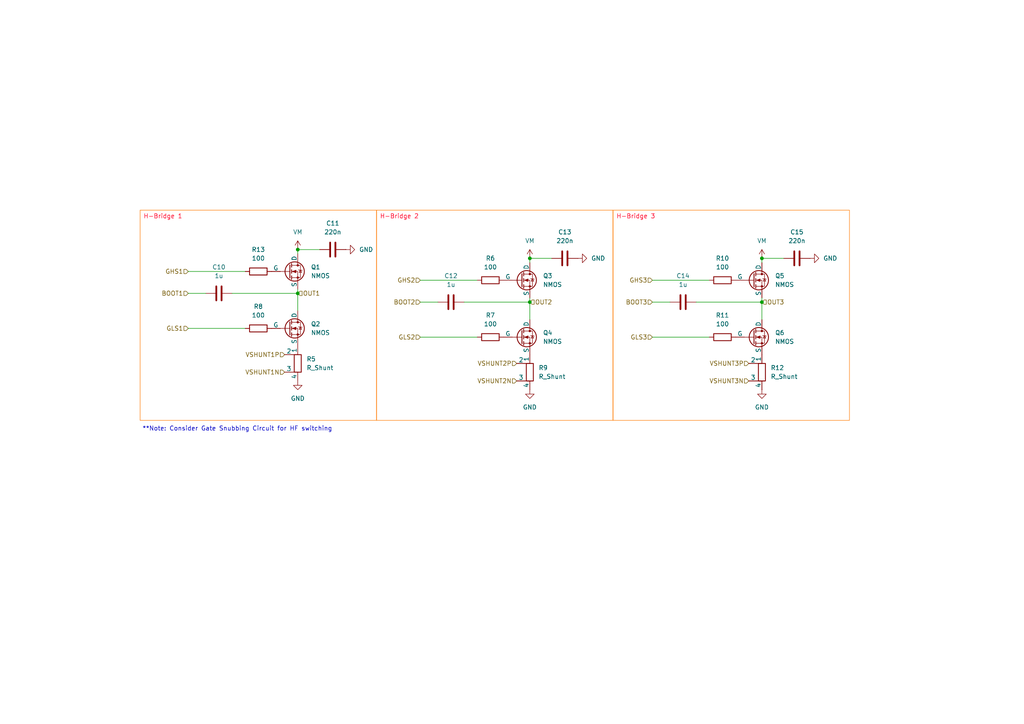
<source format=kicad_sch>
(kicad_sch (version 20231120) (generator "eeschema") (generator_version "8.0")
  (paper "A4")
  (lib_symbols
    (symbol "Device:C" (pin_numbers hide) (pin_names (offset 0.254))
      (property "Reference" "C" (at 0.635 2.54 0))
      (property "Value" "C" (at 0.635 -2.54 0))
      (symbol "C_0_1"
        (polyline (pts (xy -2.032 -0.762) (xy 2.032 -0.762)) (stroke (width 0.508)))
        (polyline (pts (xy -2.032 0.762) (xy 2.032 0.762)) (stroke (width 0.508)))
      )
      (symbol "C_1_1"
        (pin passive line (at 0 3.81 270) (length 2.794) (name "~") (number "1"))
        (pin passive line (at 0 -3.81 90) (length 2.794) (name "~") (number "2"))
      )
    )
    (symbol "Device:R" (pin_numbers hide) (pin_names (offset 0))
      (property "Reference" "R" (at 2.032 0 90))
      (property "Value" "R" (at 0 0 90))
      (symbol "R_0_1"
        (rectangle (start -1.016 -2.54) (end 1.016 2.54) (stroke (width 0.254)))
      )
      (symbol "R_1_1"
        (pin passive line (at 0 3.81 270) (length 1.27) (name "~") (number "1"))
        (pin passive line (at 0 -3.81 90) (length 1.27) (name "~") (number "2"))
      )
    )
    (symbol "Device:R_Shunt" (pin_numbers hide) (pin_names (offset 0))
      (property "Reference" "R" (at -4.445 0 90))
      (property "Value" "R_Shunt" (at -2.54 0 90))
      (symbol "R_Shunt_0_1"
        (rectangle (start -1.016 -2.54) (end 1.016 2.54) (stroke (width 0.254)))
        (polyline (pts (xy 0 -2.54) (xy 1.27 -2.54)))
        (polyline (pts (xy 1.27 2.54) (xy 0 2.54)))
      )
      (symbol "R_Shunt_1_1"
        (pin passive line (at 0 5.08 270) (length 2.54) (name "1") (number "1"))
        (pin passive line (at 3.81 2.54 180) (length 2.54) (name "2") (number "2"))
        (pin passive line (at 3.81 -2.54 180) (length 2.54) (name "3") (number "3"))
        (pin passive line (at 0 -5.08 90) (length 2.54) (name "4") (number "4"))
      )
    )
    (symbol "Simulation_SPICE:NMOS" (pin_numbers hide) (pin_names (offset 0))
      (property "Reference" "Q" (at 5.08 1.27 0))
      (property "Value" "NMOS" (at 5.08 -1.27 0))
      (symbol "NMOS_0_1"
        (polyline (pts (xy 0.254 0) (xy -2.54 0)))
        (polyline (pts (xy 0.254 1.905) (xy 0.254 -1.905)) (stroke (width 0.254)))
        (polyline (pts (xy 0.762 -1.27) (xy 0.762 -2.286)) (stroke (width 0.254)))
        (polyline (pts (xy 0.762 0.508) (xy 0.762 -0.508)) (stroke (width 0.254)))
        (polyline (pts (xy 0.762 2.286) (xy 0.762 1.27)) (stroke (width 0.254)))
        (polyline (pts (xy 2.54 2.54) (xy 2.54 1.778)))
        (polyline (pts (xy 2.54 -2.54) (xy 2.54 0) (xy 0.762 0)))
        (polyline (pts (xy 0.762 -1.778) (xy 3.302 -1.778) (xy 3.302 1.778) (xy 0.762 1.778)))
        (polyline (pts (xy 1.016 0) (xy 2.032 0.381) (xy 2.032 -0.381) (xy 1.016 0)) (fill (type outline)))
        (polyline (pts (xy 2.794 0.508) (xy 2.921 0.381) (xy 3.683 0.381) (xy 3.81 0.254)))
        (polyline (pts (xy 3.302 0.381) (xy 2.921 -0.254) (xy 3.683 -0.254) (xy 3.302 0.381)))
        (circle (center 1.651 0) (radius 2.794) (stroke (width 0.254)))
        (circle (center 2.54 -1.778) (radius 0.254) (fill (type outline)))
        (circle (center 2.54 1.778) (radius 0.254) (fill (type outline)))
      )
      (symbol "NMOS_1_1"
        (pin passive line (at 2.54 5.08 270) (length 2.54) (name "D") (number "1"))
        (pin input line (at -5.08 0 0) (length 2.54) (name "G") (number "2"))
        (pin passive line (at 2.54 -5.08 90) (length 2.54) (name "S") (number "3"))
      )
    )
    (symbol "power:GND" (power) (pin_numbers hide) (pin_names (offset 0) hide)
      (property "Value" "GND" (at 0 -3.81 0))
      (symbol "GND_0_1"
        (polyline (pts (xy 0 0) (xy 0 -1.27) (xy 1.27 -1.27) (xy 0 -2.54) (xy -1.27 -1.27) (xy 0 -1.27)))
      )
      (symbol "GND_1_1"
        (pin power_in line (at 0 0 270) (length 0) (name "~") (number "1"))
      )
    )
    (symbol "power:VCC" (power) (pin_numbers hide) (pin_names (offset 0) hide)
      (property "Value" "VCC" (at 0 3.556 0))
      (symbol "VCC_0_1"
        (polyline (pts (xy -0.762 1.27) (xy 0 2.54)))
        (polyline (pts (xy 0 0) (xy 0 2.54)))
        (polyline (pts (xy 0 2.54) (xy 0.762 1.27)))
      )
      (symbol "VCC_1_1"
        (pin power_in line (at 0 0 90) (length 0) (name "~") (number "1"))
      )
    )
  )
  (junction (at 86.36 72.39))
  (junction (at 220.98 87.63))
  (junction (at 220.98 74.93))
  (junction (at 86.36 85.09))
  (junction (at 153.67 74.93))
  (junction (at 153.67 87.63))
  (wire (pts (xy 189.23 97.79) (xy 205.74 97.79)))
  (wire (pts (xy 153.67 74.93) (xy 153.67 76.2)))
  (wire (pts (xy 54.61 78.74) (xy 71.12 78.74)))
  (wire (pts (xy 121.92 81.28) (xy 138.43 81.28)))
  (wire (pts (xy 189.23 81.28) (xy 205.74 81.28)))
  (wire (pts (xy 201.93 87.63) (xy 220.98 87.63)))
  (wire (pts (xy 227.33 74.93) (xy 220.98 74.93)))
  (wire (pts (xy 67.31 85.09) (xy 86.36 85.09)))
  (wire (pts (xy 220.98 86.36) (xy 220.98 87.63)))
  (wire (pts (xy 189.23 87.63) (xy 194.31 87.63)))
  (wire (pts (xy 121.92 97.79) (xy 138.43 97.79)))
  (wire (pts (xy 153.67 87.63) (xy 153.67 92.71)))
  (wire (pts (xy 86.36 72.39) (xy 86.36 73.66)))
  (wire (pts (xy 121.92 87.63) (xy 127 87.63)))
  (wire (pts (xy 160.02 74.93) (xy 153.67 74.93)))
  (wire (pts (xy 153.67 86.36) (xy 153.67 87.63)))
  (wire (pts (xy 86.36 83.82) (xy 86.36 85.09)))
  (wire (pts (xy 54.61 95.25) (xy 71.12 95.25)))
  (wire (pts (xy 86.36 85.09) (xy 86.36 90.17)))
  (wire (pts (xy 134.62 87.63) (xy 153.67 87.63)))
  (wire (pts (xy 54.61 85.09) (xy 59.69 85.09)))
  (wire (pts (xy 220.98 87.63) (xy 220.98 92.71)))
  (wire (pts (xy 220.98 74.93) (xy 220.98 76.2)))
  (wire (pts (xy 92.71 72.39) (xy 86.36 72.39)))
  (text_box "H-Bridge 3\n" (at 177.8 60.96 0) (size 68.58 60.96) (stroke (width 0) (color 255 130 17 1)) (effects (font (size 1.27 1.27)) (justify left top)))
  (text_box "H-Bridge 2\n" (at 109.22 60.96 0) (size 68.58 60.96) (stroke (width 0) (color 255 130 17 1)) (effects (font (size 1.27 1.27)) (justify left top)))
  (text_box "H-Bridge 1\n" (at 40.64 60.96 0) (size 68.58 60.96) (stroke (width 0) (color 255 130 17 1)) (effects (font (size 1.27 1.27)) (justify left top)))
  (text "**Note: Consider Gate Snubbing Circuit for HF switching\n" (at 68.834 124.46 0) (effects (font (size 1.27 1.27))))
  (hierarchical_label "GLS2" (shape input) (at 121.92 97.79 180))
  (hierarchical_label "GHS2" (shape input) (at 121.92 81.28 180))
  (hierarchical_label "GLS3" (shape input) (at 189.23 97.79 180))
  (hierarchical_label "OUT1" (shape input) (at 86.36 85.09 0))
  (hierarchical_label "BOOT3" (shape input) (at 189.23 87.63 180))
  (hierarchical_label "GHS1" (shape input) (at 54.61 78.74 180))
  (hierarchical_label "BOOT2" (shape input) (at 121.92 87.63 180))
  (hierarchical_label "OUT2" (shape input) (at 153.67 87.63 0))
  (hierarchical_label "GHS3" (shape input) (at 189.23 81.28 180))
  (hierarchical_label "GLS1" (shape input) (at 54.61 95.25 180))
  (hierarchical_label "VSHUNT1P" (shape input) (at 82.55 102.87 180))
  (hierarchical_label "VSHUNT2P" (shape input) (at 149.86 105.41 180))
  (hierarchical_label "VSHUNT1N" (shape input) (at 82.55 107.95 180))
  (hierarchical_label "OUT3" (shape input) (at 220.98 87.63 0))
  (hierarchical_label "VSHUNT3N" (shape input) (at 217.17 110.49 180))
  (hierarchical_label "VSHUNT3P" (shape input) (at 217.17 105.41 180))
  (hierarchical_label "BOOT1" (shape input) (at 54.61 85.09 180))
  (hierarchical_label "VSHUNT2N" (shape input) (at 149.86 110.49 180))
  (symbol (lib_id "Device:C") (at 63.5 85.09 90) (unit 1)
    (property "Reference" "C10" (at 63.5 77.47 90))
    (property "Value" "1u" (at 63.5 80.01 90))
    (property "Footprint" "Capacitor_SMD:C_0603_1608Metric_Pad1.08x0.95mm_HandSolder" (effects (hide yes)))
    (property "Description" "Unpolarized capacitor" (effects (hide yes)))
  )
  (symbol (lib_id "power:GND") (at 86.36 110.49 0) (unit 1)
    (property "Reference" "#PWR026" (effects (hide yes)))
    (property "Value" "GND" (at 86.36 115.57 0))
    (property "Description" "Power symbol creates a global label with name \"GND\" , ground" (effects (hide yes)))
  )
  (symbol (lib_id "Device:R") (at 74.93 95.25 90) (unit 1)
    (property "Reference" "R8" (at 74.93 88.9 90))
    (property "Value" "100" (at 74.93 91.44 90))
    (property "Footprint" "Resistor_SMD:R_0603_1608Metric" (effects (hide yes)))
    (property "Description" "Resistor" (effects (hide yes)))
  )
  (symbol (lib_id "Device:C") (at 163.83 74.93 90) (unit 1)
    (property "Reference" "C13" (at 163.83 67.31 90))
    (property "Value" "220n" (at 163.83 69.85 90))
    (property "Footprint" "Capacitor_SMD:C_0603_1608Metric_Pad1.08x0.95mm_HandSolder" (effects (hide yes)))
    (property "Description" "Unpolarized capacitor" (effects (hide yes)))
  )
  (symbol (lib_id "power:GND") (at 234.95 74.93 90) (unit 1)
    (property "Reference" "#PWR032" (effects (hide yes)))
    (property "Value" "GND" (at 238.76 74.9299 90) (effects (justify right)))
    (property "Description" "Power symbol creates a global label with name \"GND\" , ground" (effects (hide yes)))
  )
  (symbol (lib_id "Simulation_SPICE:NMOS") (at 151.13 81.28 0) (unit 1)
    (property "Reference" "Q3" (at 157.48 80.0099 0) (effects (justify left)))
    (property "Value" "NMOS" (at 157.48 82.5499 0) (effects (justify left)))
    (property "Datasheet" "https://ngspice.sourceforge.io/docs/ngspice-html-manual/manual.xhtml#cha_MOSFETs" (effects (hide yes)))
    (property "Description" "N-MOSFET transistor, drain/source/gate" (effects (hide yes)))
    (property "Sim.Device" "NMOS" (effects (hide yes)))
    (property "Sim.Type" "VDMOS" (effects (hide yes)))
    (property "Sim.Pins" "1=D 2=G 3=S" (effects (hide yes)))
  )
  (symbol (lib_id "Simulation_SPICE:NMOS") (at 83.82 95.25 0) (unit 1)
    (property "Reference" "Q2" (at 90.17 93.9799 0) (effects (justify left)))
    (property "Value" "NMOS" (at 90.17 96.5199 0) (effects (justify left)))
    (property "Datasheet" "https://ngspice.sourceforge.io/docs/ngspice-html-manual/manual.xhtml#cha_MOSFETs" (effects (hide yes)))
    (property "Description" "N-MOSFET transistor, drain/source/gate" (effects (hide yes)))
    (property "Sim.Device" "NMOS" (effects (hide yes)))
    (property "Sim.Type" "VDMOS" (effects (hide yes)))
    (property "Sim.Pins" "1=D 2=G 3=S" (effects (hide yes)))
  )
  (symbol (lib_id "Device:C") (at 198.12 87.63 90) (unit 1)
    (property "Reference" "C14" (at 198.12 80.01 90))
    (property "Value" "1u" (at 198.12 82.55 90))
    (property "Footprint" "Capacitor_SMD:C_0603_1608Metric_Pad1.08x0.95mm_HandSolder" (effects (hide yes)))
    (property "Description" "Unpolarized capacitor" (effects (hide yes)))
  )
  (symbol (lib_id "Device:R_Shunt") (at 220.98 107.95 0) (mirror y) (unit 1)
    (property "Reference" "R12" (at 223.52 106.6799 0) (effects (justify right)))
    (property "Value" "R_Shunt" (at 223.52 109.2199 0) (effects (justify right)))
    (property "Description" "Shunt resistor" (effects (hide yes)))
  )
  (symbol (lib_id "Simulation_SPICE:NMOS") (at 83.82 78.74 0) (unit 1)
    (property "Reference" "Q1" (at 90.17 77.4699 0) (effects (justify left)))
    (property "Value" "NMOS" (at 90.17 80.0099 0) (effects (justify left)))
    (property "Datasheet" "https://ngspice.sourceforge.io/docs/ngspice-html-manual/manual.xhtml#cha_MOSFETs" (effects (hide yes)))
    (property "Description" "N-MOSFET transistor, drain/source/gate" (effects (hide yes)))
    (property "Sim.Device" "NMOS" (effects (hide yes)))
    (property "Sim.Type" "VDMOS" (effects (hide yes)))
    (property "Sim.Pins" "1=D 2=G 3=S" (effects (hide yes)))
  )
  (symbol (lib_id "Device:R_Shunt") (at 86.36 105.41 0) (mirror y) (unit 1)
    (property "Reference" "R5" (at 88.9 104.1399 0) (effects (justify right)))
    (property "Value" "R_Shunt" (at 88.9 106.6799 0) (effects (justify right)))
    (property "Description" "Shunt resistor" (effects (hide yes)))
  )
  (symbol (lib_id "Device:R") (at 142.24 97.79 90) (unit 1)
    (property "Reference" "R7" (at 142.24 91.44 90))
    (property "Value" "100" (at 142.24 93.98 90))
    (property "Footprint" "Resistor_SMD:R_0603_1608Metric" (effects (hide yes)))
    (property "Description" "Resistor" (effects (hide yes)))
  )
  (symbol (lib_id "Device:C") (at 231.14 74.93 90) (unit 1)
    (property "Reference" "C15" (at 231.14 67.31 90))
    (property "Value" "220n" (at 231.14 69.85 90))
    (property "Footprint" "Capacitor_SMD:C_0603_1608Metric_Pad1.08x0.95mm_HandSolder" (effects (hide yes)))
    (property "Description" "Unpolarized capacitor" (effects (hide yes)))
  )
  (symbol (lib_id "Simulation_SPICE:NMOS") (at 218.44 81.28 0) (unit 1)
    (property "Reference" "Q5" (at 224.79 80.0099 0) (effects (justify left)))
    (property "Value" "NMOS" (at 224.79 82.5499 0) (effects (justify left)))
    (property "Datasheet" "https://ngspice.sourceforge.io/docs/ngspice-html-manual/manual.xhtml#cha_MOSFETs" (effects (hide yes)))
    (property "Description" "N-MOSFET transistor, drain/source/gate" (effects (hide yes)))
    (property "Sim.Device" "NMOS" (effects (hide yes)))
    (property "Sim.Type" "VDMOS" (effects (hide yes)))
    (property "Sim.Pins" "1=D 2=G 3=S" (effects (hide yes)))
  )
  (symbol (lib_id "power:GND") (at 167.64 74.93 90) (unit 1)
    (property "Reference" "#PWR029" (effects (hide yes)))
    (property "Value" "GND" (at 171.45 74.9299 90) (effects (justify right)))
    (property "Description" "Power symbol creates a global label with name \"GND\" , ground" (effects (hide yes)))
  )
  (symbol (lib_id "Device:R") (at 209.55 97.79 90) (unit 1)
    (property "Reference" "R11" (at 209.55 91.44 90))
    (property "Value" "100" (at 209.55 93.98 90))
    (property "Footprint" "Resistor_SMD:R_0603_1608Metric" (effects (hide yes)))
    (property "Description" "Resistor" (effects (hide yes)))
  )
  (symbol (lib_id "Device:C") (at 96.52 72.39 90) (unit 1)
    (property "Reference" "C11" (at 96.52 64.77 90))
    (property "Value" "220n" (at 96.52 67.31 90))
    (property "Footprint" "Capacitor_SMD:C_0603_1608Metric_Pad1.08x0.95mm_HandSolder" (effects (hide yes)))
    (property "Description" "Unpolarized capacitor" (effects (hide yes)))
  )
  (symbol (lib_id "Device:C") (at 130.81 87.63 90) (unit 1)
    (property "Reference" "C12" (at 130.81 80.01 90))
    (property "Value" "1u" (at 130.81 82.55 90))
    (property "Footprint" "Capacitor_SMD:C_0603_1608Metric_Pad1.08x0.95mm_HandSolder" (effects (hide yes)))
    (property "Description" "Unpolarized capacitor" (effects (hide yes)))
  )
  (symbol (lib_id "Device:R") (at 142.24 81.28 90) (unit 1)
    (property "Reference" "R6" (at 142.24 74.93 90))
    (property "Value" "100" (at 142.24 77.47 90))
    (property "Footprint" "Resistor_SMD:R_0603_1608Metric" (effects (hide yes)))
    (property "Description" "Resistor" (effects (hide yes)))
  )
  (symbol (lib_id "power:VCC") (at 153.67 74.93 0) (unit 1)
    (property "Reference" "#PWR027" (effects (hide yes)))
    (property "Value" "VM" (at 153.67 69.85 0))
    (property "Description" "Power symbol creates a global label with name \"VCC\"" (effects (hide yes)))
  )
  (symbol (lib_id "power:GND") (at 100.33 72.39 90) (unit 1)
    (property "Reference" "#PWR025" (effects (hide yes)))
    (property "Value" "GND" (at 104.14 72.3899 90) (effects (justify right)))
    (property "Description" "Power symbol creates a global label with name \"GND\" , ground" (effects (hide yes)))
  )
  (symbol (lib_id "Device:R") (at 74.93 78.74 90) (unit 1)
    (property "Reference" "R13" (at 74.93 72.39 90))
    (property "Value" "100" (at 74.93 74.93 90))
    (property "Footprint" "Resistor_SMD:R_0603_1608Metric" (effects (hide yes)))
    (property "Description" "Resistor" (effects (hide yes)))
  )
  (symbol (lib_id "Simulation_SPICE:NMOS") (at 151.13 97.79 0) (unit 1)
    (property "Reference" "Q4" (at 157.48 96.5199 0) (effects (justify left)))
    (property "Value" "NMOS" (at 157.48 99.0599 0) (effects (justify left)))
    (property "Datasheet" "https://ngspice.sourceforge.io/docs/ngspice-html-manual/manual.xhtml#cha_MOSFETs" (effects (hide yes)))
    (property "Description" "N-MOSFET transistor, drain/source/gate" (effects (hide yes)))
    (property "Sim.Device" "NMOS" (effects (hide yes)))
    (property "Sim.Type" "VDMOS" (effects (hide yes)))
    (property "Sim.Pins" "1=D 2=G 3=S" (effects (hide yes)))
  )
  (symbol (lib_id "Simulation_SPICE:NMOS") (at 218.44 97.79 0) (unit 1)
    (property "Reference" "Q6" (at 224.79 96.5199 0) (effects (justify left)))
    (property "Value" "NMOS" (at 224.79 99.0599 0) (effects (justify left)))
    (property "Datasheet" "https://ngspice.sourceforge.io/docs/ngspice-html-manual/manual.xhtml#cha_MOSFETs" (effects (hide yes)))
    (property "Description" "N-MOSFET transistor, drain/source/gate" (effects (hide yes)))
    (property "Sim.Device" "NMOS" (effects (hide yes)))
    (property "Sim.Type" "VDMOS" (effects (hide yes)))
    (property "Sim.Pins" "1=D 2=G 3=S" (effects (hide yes)))
  )
  (symbol (lib_id "power:VCC") (at 86.36 72.39 0) (unit 1)
    (property "Reference" "#PWR024" (effects (hide yes)))
    (property "Value" "VM" (at 86.36 67.31 0))
    (property "Description" "Power symbol creates a global label with name \"VCC\"" (effects (hide yes)))
  )
  (symbol (lib_id "power:GND") (at 220.98 113.03 0) (unit 1)
    (property "Reference" "#PWR031" (effects (hide yes)))
    (property "Value" "GND" (at 220.98 118.11 0))
    (property "Description" "Power symbol creates a global label with name \"GND\" , ground" (effects (hide yes)))
  )
  (symbol (lib_id "Device:R") (at 209.55 81.28 90) (unit 1)
    (property "Reference" "R10" (at 209.55 74.93 90))
    (property "Value" "100" (at 209.55 77.47 90))
    (property "Footprint" "Resistor_SMD:R_0603_1608Metric" (effects (hide yes)))
    (property "Description" "Resistor" (effects (hide yes)))
  )
  (symbol (lib_id "power:VCC") (at 220.98 74.93 0) (unit 1)
    (property "Reference" "#PWR030" (effects (hide yes)))
    (property "Value" "VM" (at 220.98 69.85 0))
    (property "Description" "Power symbol creates a global label with name \"VCC\"" (effects (hide yes)))
  )
  (symbol (lib_id "power:GND") (at 153.67 113.03 0) (unit 1)
    (property "Reference" "#PWR028" (effects (hide yes)))
    (property "Value" "GND" (at 153.67 118.11 0))
    (property "Description" "Power symbol creates a global label with name \"GND\" , ground" (effects (hide yes)))
  )
  (symbol (lib_id "Device:R_Shunt") (at 153.67 107.95 0) (mirror y) (unit 1)
    (property "Reference" "R9" (at 156.21 106.6799 0) (effects (justify right)))
    (property "Value" "R_Shunt" (at 156.21 109.2199 0) (effects (justify right)))
    (property "Description" "Shunt resistor" (effects (hide yes)))
  )
)
</source>
